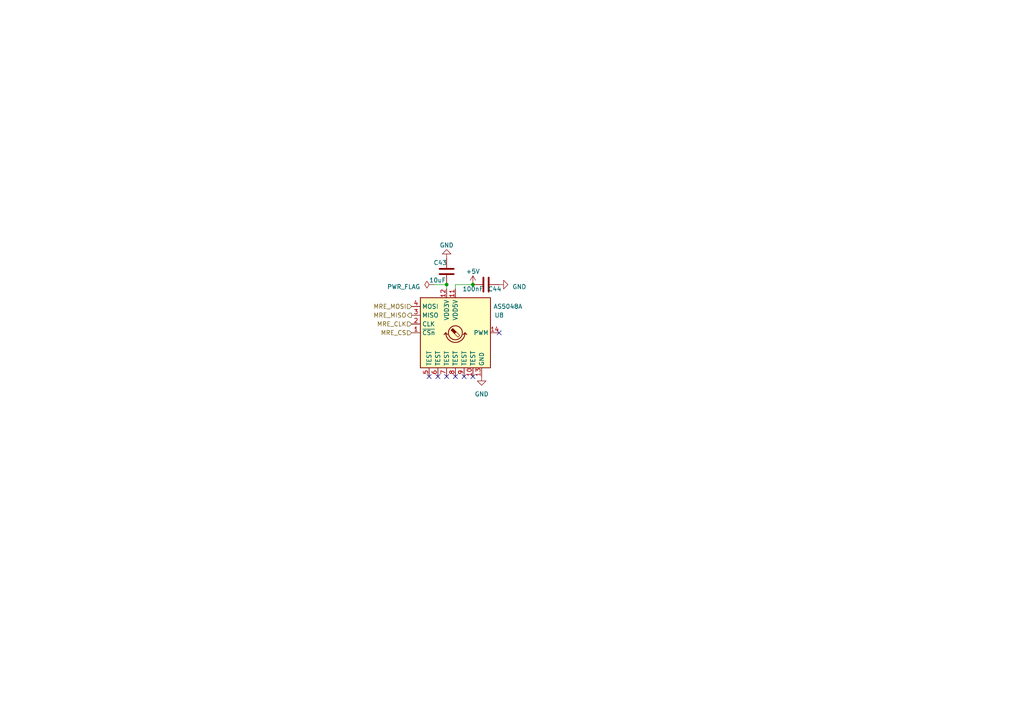
<source format=kicad_sch>
(kicad_sch (version 20230121) (generator eeschema)
  (paper "A4")
  (lib_symbols
    (symbol "Device:C" (pin_numbers hide) (pin_names (offset 0.254))
      (property "Reference" "C" (at 0.635 2.54 0))
      (property "Value" "C" (at 0.635 -2.54 0))
      (symbol "C_0_1"
        (polyline (pts (xy -2.032 -0.762) (xy 2.032 -0.762)) (stroke (width 0.508)))
        (polyline (pts (xy -2.032 0.762) (xy 2.032 0.762)) (stroke (width 0.508)))
      )
      (symbol "C_1_1"
        (pin passive line (at 0 3.81 270) (length 2.794) (name "~") (number "1"))
        (pin passive line (at 0 -3.81 90) (length 2.794) (name "~") (number "2"))
      )
    )
    (symbol "Sensor_Magnetic:AS5048A"
      (property "Reference" "U" (at -10.16 11.43 0))
      (property "Value" "AS5048A" (at 10.16 11.43 0))
      (symbol "AS5048A_0_1"
        (rectangle (start -10.16 10.16) (end 10.16 -10.16) (stroke (width 0.254)) (fill (type background)))
        (arc (start -2.794 0) (mid 0 -2.7819) (end 2.794 0) (stroke (width 0.254)))
        (polyline (pts (xy -2.794 0) (xy -3.302 -0.508)) (stroke (width 0.254)))
        (polyline (pts (xy -2.794 0) (xy -2.286 -0.508)) (stroke (width 0.254)))
        (polyline (pts (xy 2.794 0) (xy 2.286 -0.508)) (stroke (width 0.254)))
        (polyline (pts (xy 2.794 0) (xy 3.302 -0.508)) (stroke (width 0.254)))
      )
      (symbol "AS5048A_1_1"
        (polyline (pts (xy 0.254 0.254) (xy 1.27 -0.762) (xy 0.762 -1.27) (xy -0.254 -0.254)))
        (polyline (pts (xy -0.762 1.27) (xy 0.254 0.254) (xy -0.254 -0.254) (xy -1.27 0.762) (xy -1.016 1.016) (xy -0.762 1.27) (xy -0.635 1.143)) (fill (type outline)))
        (circle (center 0 0) (radius 2.032) (stroke (width 0.254)))
        (pin input line (at -12.7 0 0) (length 2.54) (name "~{CSn}") (number "1"))
        (pin passive line (at 5.08 -12.7 90) (length 2.54) (name "TEST") (number "10"))
        (pin power_in line (at 0 12.7 270) (length 2.54) (name "VDD5V") (number "11"))
        (pin power_in line (at -2.54 12.7 270) (length 2.54) (name "VDD3V") (number "12"))
        (pin power_in line (at 7.62 -12.7 90) (length 2.54) (name "GND") (number "13"))
        (pin output line (at 12.7 0 180) (length 2.54) (name "PWM") (number "14"))
        (pin input line (at -12.7 2.54 0) (length 2.54) (name "CLK") (number "2"))
        (pin output line (at -12.7 5.08 0) (length 2.54) (name "MISO") (number "3"))
        (pin input line (at -12.7 7.62 0) (length 2.54) (name "MOSI") (number "4"))
        (pin passive line (at -7.62 -12.7 90) (length 2.54) (name "TEST") (number "5"))
        (pin passive line (at -5.08 -12.7 90) (length 2.54) (name "TEST") (number "6"))
        (pin passive line (at -2.54 -12.7 90) (length 2.54) (name "TEST") (number "7"))
        (pin passive line (at 0 -12.7 90) (length 2.54) (name "TEST") (number "8"))
        (pin passive line (at 2.54 -12.7 90) (length 2.54) (name "TEST") (number "9"))
      )
    )
    (symbol "power:+5V" (power) (pin_names (offset 0))
      (property "Value" "+5V" (at 0 3.556 0))
      (symbol "+5V_0_1"
        (polyline (pts (xy -0.762 1.27) (xy 0 2.54)))
        (polyline (pts (xy 0 0) (xy 0 2.54)))
        (polyline (pts (xy 0 2.54) (xy 0.762 1.27)))
      )
      (symbol "+5V_1_1"
        (pin power_in line (at 0 0 90) (length 0) hide (name "+5V") (number "1"))
      )
    )
    (symbol "power:GND" (power) (pin_names (offset 0))
      (property "Value" "GND" (at 0 -3.81 0))
      (symbol "GND_0_1"
        (polyline (pts (xy 0 0) (xy 0 -1.27) (xy 1.27 -1.27) (xy 0 -2.54) (xy -1.27 -1.27) (xy 0 -1.27)))
      )
      (symbol "GND_1_1"
        (pin power_in line (at 0 0 270) (length 0) hide (name "GND") (number "1"))
      )
    )
    (symbol "power:PWR_FLAG" (power) (pin_numbers hide) (pin_names (offset 0) hide)
      (property "Value" "PWR_FLAG" (at 0 3.81 0))
      (symbol "PWR_FLAG_0_0"
        (pin power_out line (at 0 0 90) (length 0) (name "pwr") (number "1"))
      )
      (symbol "PWR_FLAG_0_1"
        (polyline (pts (xy 0 0) (xy 0 1.27) (xy -1.016 1.905) (xy 0 2.54) (xy 1.016 1.905) (xy 0 1.27)))
      )
    )
  )
  (junction (at 129.54 82.55))
  (junction (at 137.16 82.55))
  (no_connect (at 132.08 109.22))
  (no_connect (at 134.62 109.22))
  (no_connect (at 137.16 109.22))
  (no_connect (at 129.54 109.22))
  (no_connect (at 124.46 109.22))
  (no_connect (at 127 109.22))
  (no_connect (at 144.78 96.52))
  (wire (pts (xy 132.08 82.55) (xy 137.16 82.55)))
  (wire (pts (xy 132.08 83.82) (xy 132.08 82.55)))
  (wire (pts (xy 125.73 82.55) (xy 129.54 82.55)))
  (wire (pts (xy 129.54 82.55) (xy 129.54 83.82)))
  (hierarchical_label "MRE_MISO" (shape output) (at 119.38 91.44 180))
  (hierarchical_label "MRE_CS" (shape input) (at 119.38 96.52 180))
  (hierarchical_label "MRE_CLK" (shape input) (at 119.38 93.98 180))
  (hierarchical_label "MRE_MOSI" (shape input) (at 119.38 88.9 180))
  (symbol (lib_id "power:GND") (at 139.7 109.22 0) (unit 1)
    (property "Reference" "#PWR066" (effects hide))
    (property "Value" "GND" (at 139.7 114.3 0))
  )
  (symbol (lib_id "Device:C") (at 140.97 82.55 90) (unit 1)
    (property "Reference" "C44" (at 143.51 83.82 90))
    (property "Value" "100nF" (at 137.16 83.82 90))
    (property "Footprint" "Capacitor_SMD:C_0402_1005Metric" (effects hide))
  )
  (symbol (lib_id "power:+5V") (at 137.16 82.55 0) (unit 1)
    (property "Reference" "#PWR065" (effects hide))
    (property "Value" "+5V" (at 137.16 78.74 0))
  )
  (symbol (lib_id "power:PWR_FLAG") (at 125.73 82.55 90) (unit 1)
    (property "Reference" "#FLG06" (effects hide))
    (property "Value" "PWR_FLAG" (at 121.92 83.185 90) (effects (justify left)))
  )
  (symbol (lib_id "Device:C") (at 129.54 78.74 0) (unit 1)
    (property "Reference" "C43" (at 125.73 76.2 0) (effects (justify left)))
    (property "Value" "10uF" (at 124.46 81.28 0) (effects (justify left)))
    (property "Footprint" "Capacitor_SMD:C_1206_3216Metric" (effects hide))
  )
  (symbol (lib_id "power:GND") (at 144.78 82.55 90) (unit 1)
    (property "Reference" "#PWR067" (effects hide))
    (property "Value" "GND" (at 148.59 83.185 90) (effects (justify right)))
  )
  (symbol (lib_id "power:GND") (at 129.54 74.93 180) (unit 1)
    (property "Reference" "#PWR064" (effects hide))
    (property "Value" "GND" (at 129.54 71.12 0))
  )
  (symbol (lib_id "Sensor_Magnetic:AS5048A") (at 132.08 96.52 0) (unit 1)
    (property "Reference" "U8" (at 144.78 91.44 0))
    (property "Value" "AS5048A" (at 147.32 88.9 0))
    (property "Footprint" "Package_SO:TSSOP-14_4.4x5mm_P0.65mm" (effects hide))
    (property "Datasheet" "https://ams.com/documents/20143/36005/AS5048_DS000298_4-00.pdf" (effects hide))
  )
)
</source>
